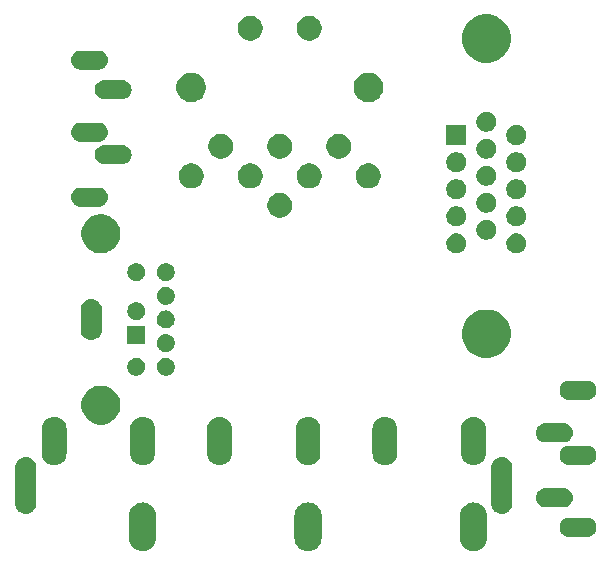
<source format=gbs>
G04 #@! TF.GenerationSoftware,KiCad,Pcbnew,(5.1.0)-1*
G04 #@! TF.CreationDate,2019-07-12T21:05:46-04:00*
G04 #@! TF.ProjectId,Genesis_SMS Breakout,47656e65-7369-4735-9f53-4d5320427265,rev?*
G04 #@! TF.SameCoordinates,Original*
G04 #@! TF.FileFunction,Soldermask,Bot*
G04 #@! TF.FilePolarity,Negative*
%FSLAX46Y46*%
G04 Gerber Fmt 4.6, Leading zero omitted, Abs format (unit mm)*
G04 Created by KiCad (PCBNEW (5.1.0)-1) date 2019-07-12 21:05:46*
%MOMM*%
%LPD*%
G04 APERTURE LIST*
%ADD10C,0.100000*%
G04 APERTURE END LIST*
D10*
G36*
X146675634Y-88115654D02*
G01*
X146892599Y-88181470D01*
X146892601Y-88181471D01*
X147092553Y-88288347D01*
X147092555Y-88288348D01*
X147092554Y-88288348D01*
X147267818Y-88432182D01*
X147318019Y-88493352D01*
X147411653Y-88607445D01*
X147509329Y-88790186D01*
X147518530Y-88807400D01*
X147547463Y-88902779D01*
X147584346Y-89024366D01*
X147601000Y-89193455D01*
X147601000Y-91106545D01*
X147584346Y-91275634D01*
X147518529Y-91492602D01*
X147411653Y-91692555D01*
X147267818Y-91867818D01*
X147092555Y-92011653D01*
X146892602Y-92118529D01*
X146892600Y-92118530D01*
X146675635Y-92184346D01*
X146450000Y-92206569D01*
X146224366Y-92184346D01*
X146007401Y-92118530D01*
X146007399Y-92118529D01*
X145807446Y-92011653D01*
X145632183Y-91867818D01*
X145488348Y-91692555D01*
X145381472Y-91492602D01*
X145315655Y-91275634D01*
X145299000Y-91106544D01*
X145299000Y-89193456D01*
X145310103Y-89080730D01*
X145315654Y-89024366D01*
X145381470Y-88807401D01*
X145381472Y-88807398D01*
X145488347Y-88607447D01*
X145510219Y-88580796D01*
X145632182Y-88432182D01*
X145711183Y-88367348D01*
X145807445Y-88288347D01*
X146007398Y-88181471D01*
X146007400Y-88181470D01*
X146224365Y-88115654D01*
X146450000Y-88093431D01*
X146675634Y-88115654D01*
X146675634Y-88115654D01*
G37*
G36*
X174675634Y-88115654D02*
G01*
X174892599Y-88181470D01*
X174892601Y-88181471D01*
X175092553Y-88288347D01*
X175092555Y-88288348D01*
X175092554Y-88288348D01*
X175267818Y-88432182D01*
X175318019Y-88493352D01*
X175411653Y-88607445D01*
X175509329Y-88790186D01*
X175518530Y-88807400D01*
X175547463Y-88902779D01*
X175584346Y-89024366D01*
X175601000Y-89193455D01*
X175601000Y-91106545D01*
X175584346Y-91275634D01*
X175518529Y-91492602D01*
X175411653Y-91692555D01*
X175267818Y-91867818D01*
X175092555Y-92011653D01*
X174892602Y-92118529D01*
X174892600Y-92118530D01*
X174675635Y-92184346D01*
X174450000Y-92206569D01*
X174224366Y-92184346D01*
X174007401Y-92118530D01*
X174007399Y-92118529D01*
X173807446Y-92011653D01*
X173632183Y-91867818D01*
X173488348Y-91692555D01*
X173381472Y-91492602D01*
X173315655Y-91275634D01*
X173299000Y-91106544D01*
X173299000Y-89193456D01*
X173310103Y-89080730D01*
X173315654Y-89024366D01*
X173381470Y-88807401D01*
X173381472Y-88807398D01*
X173488347Y-88607447D01*
X173510219Y-88580796D01*
X173632182Y-88432182D01*
X173711183Y-88367348D01*
X173807445Y-88288347D01*
X174007398Y-88181471D01*
X174007400Y-88181470D01*
X174224365Y-88115654D01*
X174450000Y-88093431D01*
X174675634Y-88115654D01*
X174675634Y-88115654D01*
G37*
G36*
X160675634Y-88115654D02*
G01*
X160892599Y-88181470D01*
X160892601Y-88181471D01*
X161092553Y-88288347D01*
X161092555Y-88288348D01*
X161092554Y-88288348D01*
X161267818Y-88432182D01*
X161318019Y-88493352D01*
X161411653Y-88607445D01*
X161509329Y-88790186D01*
X161518530Y-88807400D01*
X161547463Y-88902779D01*
X161584346Y-89024366D01*
X161601000Y-89193455D01*
X161601000Y-91106545D01*
X161584346Y-91275634D01*
X161518529Y-91492602D01*
X161411653Y-91692555D01*
X161267818Y-91867818D01*
X161092555Y-92011653D01*
X160892602Y-92118529D01*
X160892600Y-92118530D01*
X160675635Y-92184346D01*
X160450000Y-92206569D01*
X160224366Y-92184346D01*
X160007401Y-92118530D01*
X160007399Y-92118529D01*
X159807446Y-92011653D01*
X159632183Y-91867818D01*
X159488348Y-91692555D01*
X159381472Y-91492602D01*
X159315655Y-91275634D01*
X159299000Y-91106544D01*
X159299000Y-89193456D01*
X159310103Y-89080730D01*
X159315654Y-89024366D01*
X159381470Y-88807401D01*
X159381472Y-88807398D01*
X159488347Y-88607447D01*
X159510219Y-88580796D01*
X159632182Y-88432182D01*
X159711183Y-88367348D01*
X159807445Y-88288347D01*
X160007398Y-88181471D01*
X160007400Y-88181470D01*
X160224365Y-88115654D01*
X160450000Y-88093431D01*
X160675634Y-88115654D01*
X160675634Y-88115654D01*
G37*
G36*
X184211808Y-89406648D02*
G01*
X184363551Y-89452678D01*
X184503398Y-89527428D01*
X184625975Y-89628025D01*
X184726572Y-89750602D01*
X184801322Y-89890449D01*
X184847352Y-90042192D01*
X184862895Y-90200000D01*
X184847352Y-90357808D01*
X184801322Y-90509551D01*
X184726572Y-90649398D01*
X184625975Y-90771975D01*
X184503398Y-90872572D01*
X184363551Y-90947322D01*
X184211808Y-90993352D01*
X184093546Y-91005000D01*
X182506454Y-91005000D01*
X182388192Y-90993352D01*
X182236449Y-90947322D01*
X182096602Y-90872572D01*
X181974025Y-90771975D01*
X181873428Y-90649398D01*
X181798678Y-90509551D01*
X181752648Y-90357808D01*
X181737105Y-90200000D01*
X181752648Y-90042192D01*
X181798678Y-89890449D01*
X181873428Y-89750602D01*
X181974025Y-89628025D01*
X182096602Y-89527428D01*
X182236449Y-89452678D01*
X182388192Y-89406648D01*
X182506454Y-89395000D01*
X184093546Y-89395000D01*
X184211808Y-89406648D01*
X184211808Y-89406648D01*
G37*
G36*
X177026626Y-84262037D02*
G01*
X177196465Y-84313557D01*
X177196467Y-84313558D01*
X177352989Y-84397221D01*
X177490186Y-84509814D01*
X177573448Y-84611271D01*
X177602778Y-84647009D01*
X177686443Y-84803534D01*
X177737963Y-84973373D01*
X177751000Y-85105742D01*
X177751000Y-88194258D01*
X177737963Y-88326627D01*
X177686443Y-88496466D01*
X177686442Y-88496468D01*
X177644610Y-88574729D01*
X177602778Y-88652991D01*
X177573448Y-88688729D01*
X177490186Y-88790186D01*
X177388729Y-88873448D01*
X177352991Y-88902778D01*
X177196466Y-88986443D01*
X177026627Y-89037963D01*
X176850000Y-89055359D01*
X176673374Y-89037963D01*
X176503535Y-88986443D01*
X176347010Y-88902778D01*
X176311272Y-88873448D01*
X176209815Y-88790186D01*
X176126553Y-88688729D01*
X176097223Y-88652991D01*
X176055391Y-88574729D01*
X176013559Y-88496468D01*
X176013558Y-88496466D01*
X175962038Y-88326627D01*
X175949001Y-88194258D01*
X175949000Y-85105743D01*
X175962037Y-84973374D01*
X176013557Y-84803535D01*
X176030107Y-84772572D01*
X176097221Y-84647011D01*
X176209814Y-84509814D01*
X176331984Y-84409553D01*
X176347009Y-84397222D01*
X176503534Y-84313557D01*
X176673373Y-84262037D01*
X176850000Y-84244641D01*
X177026626Y-84262037D01*
X177026626Y-84262037D01*
G37*
G36*
X136726626Y-84262037D02*
G01*
X136896465Y-84313557D01*
X136896467Y-84313558D01*
X137052989Y-84397221D01*
X137190186Y-84509814D01*
X137273448Y-84611271D01*
X137302778Y-84647009D01*
X137386443Y-84803534D01*
X137437963Y-84973373D01*
X137451000Y-85105742D01*
X137451000Y-88194258D01*
X137437963Y-88326627D01*
X137386443Y-88496466D01*
X137386442Y-88496468D01*
X137344610Y-88574729D01*
X137302778Y-88652991D01*
X137273448Y-88688729D01*
X137190186Y-88790186D01*
X137088729Y-88873448D01*
X137052991Y-88902778D01*
X136896466Y-88986443D01*
X136726627Y-89037963D01*
X136550000Y-89055359D01*
X136373374Y-89037963D01*
X136203535Y-88986443D01*
X136047010Y-88902778D01*
X136011272Y-88873448D01*
X135909815Y-88790186D01*
X135826553Y-88688729D01*
X135797223Y-88652991D01*
X135755391Y-88574729D01*
X135713559Y-88496468D01*
X135713558Y-88496466D01*
X135662038Y-88326627D01*
X135649001Y-88194258D01*
X135649000Y-85105743D01*
X135662037Y-84973374D01*
X135713557Y-84803535D01*
X135730107Y-84772572D01*
X135797221Y-84647011D01*
X135909814Y-84509814D01*
X136031984Y-84409553D01*
X136047009Y-84397222D01*
X136203534Y-84313557D01*
X136373373Y-84262037D01*
X136550000Y-84244641D01*
X136726626Y-84262037D01*
X136726626Y-84262037D01*
G37*
G36*
X182211808Y-86906648D02*
G01*
X182363551Y-86952678D01*
X182503398Y-87027428D01*
X182625975Y-87128025D01*
X182726572Y-87250602D01*
X182801322Y-87390449D01*
X182847352Y-87542192D01*
X182862895Y-87700000D01*
X182847352Y-87857808D01*
X182801322Y-88009551D01*
X182726572Y-88149398D01*
X182625975Y-88271975D01*
X182503398Y-88372572D01*
X182363551Y-88447322D01*
X182211808Y-88493352D01*
X182093546Y-88505000D01*
X180506454Y-88505000D01*
X180388192Y-88493352D01*
X180236449Y-88447322D01*
X180096602Y-88372572D01*
X179974025Y-88271975D01*
X179873428Y-88149398D01*
X179798678Y-88009551D01*
X179752648Y-87857808D01*
X179737105Y-87700000D01*
X179752648Y-87542192D01*
X179798678Y-87390449D01*
X179873428Y-87250602D01*
X179974025Y-87128025D01*
X180096602Y-87027428D01*
X180236449Y-86952678D01*
X180388192Y-86906648D01*
X180506454Y-86895000D01*
X182093546Y-86895000D01*
X182211808Y-86906648D01*
X182211808Y-86906648D01*
G37*
G36*
X174656031Y-80864207D02*
G01*
X174854145Y-80924305D01*
X174854148Y-80924306D01*
X174920030Y-80959521D01*
X175036729Y-81021897D01*
X175196765Y-81153235D01*
X175328103Y-81313271D01*
X175328104Y-81313273D01*
X175425694Y-81495851D01*
X175425694Y-81495852D01*
X175425695Y-81495854D01*
X175485793Y-81693968D01*
X175501000Y-81848370D01*
X175501000Y-83951630D01*
X175485793Y-84106032D01*
X175438469Y-84262037D01*
X175425694Y-84304149D01*
X175375946Y-84397221D01*
X175328103Y-84486729D01*
X175196765Y-84646765D01*
X175036729Y-84778103D01*
X174950975Y-84823939D01*
X174854149Y-84875694D01*
X174854146Y-84875695D01*
X174656032Y-84935793D01*
X174450000Y-84956085D01*
X174243969Y-84935793D01*
X174045855Y-84875695D01*
X174045852Y-84875694D01*
X173949026Y-84823939D01*
X173863272Y-84778103D01*
X173703236Y-84646765D01*
X173571898Y-84486729D01*
X173524055Y-84397221D01*
X173474307Y-84304149D01*
X173461532Y-84262037D01*
X173414208Y-84106032D01*
X173399001Y-83951630D01*
X173399000Y-81848371D01*
X173414207Y-81693969D01*
X173474305Y-81495855D01*
X173474306Y-81495852D01*
X173521987Y-81406648D01*
X173571897Y-81313271D01*
X173703235Y-81153235D01*
X173863271Y-81021897D01*
X173949025Y-80976061D01*
X174045851Y-80924306D01*
X174045854Y-80924305D01*
X174243968Y-80864207D01*
X174450000Y-80843915D01*
X174656031Y-80864207D01*
X174656031Y-80864207D01*
G37*
G36*
X160656031Y-80864207D02*
G01*
X160854145Y-80924305D01*
X160854148Y-80924306D01*
X160920030Y-80959521D01*
X161036729Y-81021897D01*
X161196765Y-81153235D01*
X161328103Y-81313271D01*
X161328104Y-81313273D01*
X161425694Y-81495851D01*
X161425694Y-81495852D01*
X161425695Y-81495854D01*
X161485793Y-81693968D01*
X161501000Y-81848370D01*
X161501000Y-83951630D01*
X161485793Y-84106032D01*
X161438469Y-84262037D01*
X161425694Y-84304149D01*
X161375946Y-84397221D01*
X161328103Y-84486729D01*
X161196765Y-84646765D01*
X161036729Y-84778103D01*
X160950975Y-84823939D01*
X160854149Y-84875694D01*
X160854146Y-84875695D01*
X160656032Y-84935793D01*
X160450000Y-84956085D01*
X160243969Y-84935793D01*
X160045855Y-84875695D01*
X160045852Y-84875694D01*
X159949026Y-84823939D01*
X159863272Y-84778103D01*
X159703236Y-84646765D01*
X159571898Y-84486729D01*
X159524055Y-84397221D01*
X159474307Y-84304149D01*
X159461532Y-84262037D01*
X159414208Y-84106032D01*
X159399001Y-83951630D01*
X159399000Y-81848371D01*
X159414207Y-81693969D01*
X159474305Y-81495855D01*
X159474306Y-81495852D01*
X159521987Y-81406648D01*
X159571897Y-81313271D01*
X159703235Y-81153235D01*
X159863271Y-81021897D01*
X159949025Y-80976061D01*
X160045851Y-80924306D01*
X160045854Y-80924305D01*
X160243968Y-80864207D01*
X160450000Y-80843915D01*
X160656031Y-80864207D01*
X160656031Y-80864207D01*
G37*
G36*
X153156031Y-80864207D02*
G01*
X153354145Y-80924305D01*
X153354148Y-80924306D01*
X153420030Y-80959521D01*
X153536729Y-81021897D01*
X153696765Y-81153235D01*
X153828103Y-81313271D01*
X153828104Y-81313273D01*
X153925694Y-81495851D01*
X153925694Y-81495852D01*
X153925695Y-81495854D01*
X153985793Y-81693968D01*
X154001000Y-81848370D01*
X154001000Y-83951630D01*
X153985793Y-84106032D01*
X153938469Y-84262037D01*
X153925694Y-84304149D01*
X153875946Y-84397221D01*
X153828103Y-84486729D01*
X153696765Y-84646765D01*
X153536729Y-84778103D01*
X153450975Y-84823939D01*
X153354149Y-84875694D01*
X153354146Y-84875695D01*
X153156032Y-84935793D01*
X152950000Y-84956085D01*
X152743969Y-84935793D01*
X152545855Y-84875695D01*
X152545852Y-84875694D01*
X152449026Y-84823939D01*
X152363272Y-84778103D01*
X152203236Y-84646765D01*
X152071898Y-84486729D01*
X152024055Y-84397221D01*
X151974307Y-84304149D01*
X151961532Y-84262037D01*
X151914208Y-84106032D01*
X151899001Y-83951630D01*
X151899000Y-81848371D01*
X151914207Y-81693969D01*
X151974305Y-81495855D01*
X151974306Y-81495852D01*
X152021987Y-81406648D01*
X152071897Y-81313271D01*
X152203235Y-81153235D01*
X152363271Y-81021897D01*
X152449025Y-80976061D01*
X152545851Y-80924306D01*
X152545854Y-80924305D01*
X152743968Y-80864207D01*
X152950000Y-80843915D01*
X153156031Y-80864207D01*
X153156031Y-80864207D01*
G37*
G36*
X146656031Y-80864207D02*
G01*
X146854145Y-80924305D01*
X146854148Y-80924306D01*
X146920030Y-80959521D01*
X147036729Y-81021897D01*
X147196765Y-81153235D01*
X147328103Y-81313271D01*
X147328104Y-81313273D01*
X147425694Y-81495851D01*
X147425694Y-81495852D01*
X147425695Y-81495854D01*
X147485793Y-81693968D01*
X147501000Y-81848370D01*
X147501000Y-83951630D01*
X147485793Y-84106032D01*
X147438469Y-84262037D01*
X147425694Y-84304149D01*
X147375946Y-84397221D01*
X147328103Y-84486729D01*
X147196765Y-84646765D01*
X147036729Y-84778103D01*
X146950975Y-84823939D01*
X146854149Y-84875694D01*
X146854146Y-84875695D01*
X146656032Y-84935793D01*
X146450000Y-84956085D01*
X146243969Y-84935793D01*
X146045855Y-84875695D01*
X146045852Y-84875694D01*
X145949026Y-84823939D01*
X145863272Y-84778103D01*
X145703236Y-84646765D01*
X145571898Y-84486729D01*
X145524055Y-84397221D01*
X145474307Y-84304149D01*
X145461532Y-84262037D01*
X145414208Y-84106032D01*
X145399001Y-83951630D01*
X145399000Y-81848371D01*
X145414207Y-81693969D01*
X145474305Y-81495855D01*
X145474306Y-81495852D01*
X145521987Y-81406648D01*
X145571897Y-81313271D01*
X145703235Y-81153235D01*
X145863271Y-81021897D01*
X145949025Y-80976061D01*
X146045851Y-80924306D01*
X146045854Y-80924305D01*
X146243968Y-80864207D01*
X146450000Y-80843915D01*
X146656031Y-80864207D01*
X146656031Y-80864207D01*
G37*
G36*
X139156031Y-80864207D02*
G01*
X139354145Y-80924305D01*
X139354148Y-80924306D01*
X139420030Y-80959521D01*
X139536729Y-81021897D01*
X139696765Y-81153235D01*
X139828103Y-81313271D01*
X139828104Y-81313273D01*
X139925694Y-81495851D01*
X139925694Y-81495852D01*
X139925695Y-81495854D01*
X139985793Y-81693968D01*
X140001000Y-81848370D01*
X140001000Y-83951630D01*
X139985793Y-84106032D01*
X139938469Y-84262037D01*
X139925694Y-84304149D01*
X139875946Y-84397221D01*
X139828103Y-84486729D01*
X139696765Y-84646765D01*
X139536729Y-84778103D01*
X139450975Y-84823939D01*
X139354149Y-84875694D01*
X139354146Y-84875695D01*
X139156032Y-84935793D01*
X138950000Y-84956085D01*
X138743969Y-84935793D01*
X138545855Y-84875695D01*
X138545852Y-84875694D01*
X138449026Y-84823939D01*
X138363272Y-84778103D01*
X138203236Y-84646765D01*
X138071898Y-84486729D01*
X138024055Y-84397221D01*
X137974307Y-84304149D01*
X137961532Y-84262037D01*
X137914208Y-84106032D01*
X137899001Y-83951630D01*
X137899000Y-81848371D01*
X137914207Y-81693969D01*
X137974305Y-81495855D01*
X137974306Y-81495852D01*
X138021987Y-81406648D01*
X138071897Y-81313271D01*
X138203235Y-81153235D01*
X138363271Y-81021897D01*
X138449025Y-80976061D01*
X138545851Y-80924306D01*
X138545854Y-80924305D01*
X138743968Y-80864207D01*
X138950000Y-80843915D01*
X139156031Y-80864207D01*
X139156031Y-80864207D01*
G37*
G36*
X167156031Y-80864207D02*
G01*
X167354145Y-80924305D01*
X167354148Y-80924306D01*
X167420030Y-80959521D01*
X167536729Y-81021897D01*
X167696765Y-81153235D01*
X167828103Y-81313271D01*
X167828104Y-81313273D01*
X167925694Y-81495851D01*
X167925694Y-81495852D01*
X167925695Y-81495854D01*
X167985793Y-81693968D01*
X168001000Y-81848370D01*
X168001000Y-83951630D01*
X167985793Y-84106032D01*
X167938469Y-84262037D01*
X167925694Y-84304149D01*
X167875946Y-84397221D01*
X167828103Y-84486729D01*
X167696765Y-84646765D01*
X167536729Y-84778103D01*
X167450975Y-84823939D01*
X167354149Y-84875694D01*
X167354146Y-84875695D01*
X167156032Y-84935793D01*
X166950000Y-84956085D01*
X166743969Y-84935793D01*
X166545855Y-84875695D01*
X166545852Y-84875694D01*
X166449026Y-84823939D01*
X166363272Y-84778103D01*
X166203236Y-84646765D01*
X166071898Y-84486729D01*
X166024055Y-84397221D01*
X165974307Y-84304149D01*
X165961532Y-84262037D01*
X165914208Y-84106032D01*
X165899001Y-83951630D01*
X165899000Y-81848371D01*
X165914207Y-81693969D01*
X165974305Y-81495855D01*
X165974306Y-81495852D01*
X166021987Y-81406648D01*
X166071897Y-81313271D01*
X166203235Y-81153235D01*
X166363271Y-81021897D01*
X166449025Y-80976061D01*
X166545851Y-80924306D01*
X166545854Y-80924305D01*
X166743968Y-80864207D01*
X166950000Y-80843915D01*
X167156031Y-80864207D01*
X167156031Y-80864207D01*
G37*
G36*
X184211808Y-83306648D02*
G01*
X184363551Y-83352678D01*
X184503398Y-83427428D01*
X184625975Y-83528025D01*
X184726572Y-83650602D01*
X184801322Y-83790449D01*
X184847352Y-83942192D01*
X184862895Y-84100000D01*
X184847352Y-84257808D01*
X184801322Y-84409551D01*
X184726572Y-84549398D01*
X184625975Y-84671975D01*
X184503398Y-84772572D01*
X184363551Y-84847322D01*
X184211808Y-84893352D01*
X184093546Y-84905000D01*
X182506454Y-84905000D01*
X182388192Y-84893352D01*
X182236449Y-84847322D01*
X182096602Y-84772572D01*
X181974025Y-84671975D01*
X181873428Y-84549398D01*
X181798678Y-84409551D01*
X181752648Y-84257808D01*
X181737105Y-84100000D01*
X181752648Y-83942192D01*
X181798678Y-83790449D01*
X181873428Y-83650602D01*
X181974025Y-83528025D01*
X182096602Y-83427428D01*
X182236449Y-83352678D01*
X182388192Y-83306648D01*
X182506454Y-83295000D01*
X184093546Y-83295000D01*
X184211808Y-83306648D01*
X184211808Y-83306648D01*
G37*
G36*
X182211808Y-81406648D02*
G01*
X182363551Y-81452678D01*
X182503398Y-81527428D01*
X182625975Y-81628025D01*
X182726572Y-81750602D01*
X182801322Y-81890449D01*
X182847352Y-82042192D01*
X182862895Y-82200000D01*
X182847352Y-82357808D01*
X182801322Y-82509551D01*
X182726572Y-82649398D01*
X182625975Y-82771975D01*
X182503398Y-82872572D01*
X182363551Y-82947322D01*
X182211808Y-82993352D01*
X182093546Y-83005000D01*
X180506454Y-83005000D01*
X180388192Y-82993352D01*
X180236449Y-82947322D01*
X180096602Y-82872572D01*
X179974025Y-82771975D01*
X179873428Y-82649398D01*
X179798678Y-82509551D01*
X179752648Y-82357808D01*
X179737105Y-82200000D01*
X179752648Y-82042192D01*
X179798678Y-81890449D01*
X179873428Y-81750602D01*
X179974025Y-81628025D01*
X180096602Y-81527428D01*
X180236449Y-81452678D01*
X180388192Y-81406648D01*
X180506454Y-81395000D01*
X182093546Y-81395000D01*
X182211808Y-81406648D01*
X182211808Y-81406648D01*
G37*
G36*
X143275256Y-78241298D02*
G01*
X143381579Y-78262447D01*
X143682042Y-78386903D01*
X143952451Y-78567585D01*
X144182415Y-78797549D01*
X144363097Y-79067958D01*
X144487553Y-79368421D01*
X144551000Y-79687391D01*
X144551000Y-80012609D01*
X144487553Y-80331579D01*
X144363097Y-80632042D01*
X144182415Y-80902451D01*
X143952451Y-81132415D01*
X143682042Y-81313097D01*
X143682041Y-81313098D01*
X143682040Y-81313098D01*
X143594037Y-81349550D01*
X143381579Y-81437553D01*
X143305540Y-81452678D01*
X143062611Y-81501000D01*
X142737389Y-81501000D01*
X142494460Y-81452678D01*
X142418421Y-81437553D01*
X142205963Y-81349550D01*
X142117960Y-81313098D01*
X142117959Y-81313098D01*
X142117958Y-81313097D01*
X141847549Y-81132415D01*
X141617585Y-80902451D01*
X141436903Y-80632042D01*
X141312447Y-80331579D01*
X141249000Y-80012609D01*
X141249000Y-79687391D01*
X141312447Y-79368421D01*
X141436903Y-79067958D01*
X141617585Y-78797549D01*
X141847549Y-78567585D01*
X142117958Y-78386903D01*
X142418421Y-78262447D01*
X142524744Y-78241298D01*
X142737389Y-78199000D01*
X143062611Y-78199000D01*
X143275256Y-78241298D01*
X143275256Y-78241298D01*
G37*
G36*
X184211808Y-77806648D02*
G01*
X184363551Y-77852678D01*
X184503398Y-77927428D01*
X184625975Y-78028025D01*
X184726572Y-78150602D01*
X184801322Y-78290449D01*
X184847352Y-78442192D01*
X184862895Y-78600000D01*
X184847352Y-78757808D01*
X184801322Y-78909551D01*
X184726572Y-79049398D01*
X184625975Y-79171975D01*
X184503398Y-79272572D01*
X184363551Y-79347322D01*
X184211808Y-79393352D01*
X184093546Y-79405000D01*
X182506454Y-79405000D01*
X182388192Y-79393352D01*
X182236449Y-79347322D01*
X182096602Y-79272572D01*
X181974025Y-79171975D01*
X181873428Y-79049398D01*
X181798678Y-78909551D01*
X181752648Y-78757808D01*
X181737105Y-78600000D01*
X181752648Y-78442192D01*
X181798678Y-78290449D01*
X181873428Y-78150602D01*
X181974025Y-78028025D01*
X182096602Y-77927428D01*
X182236449Y-77852678D01*
X182388192Y-77806648D01*
X182506454Y-77795000D01*
X184093546Y-77795000D01*
X184211808Y-77806648D01*
X184211808Y-77806648D01*
G37*
G36*
X146047293Y-75859507D02*
G01*
X146120225Y-75874014D01*
X146177138Y-75897588D01*
X146257626Y-75930927D01*
X146381284Y-76013553D01*
X146486447Y-76118716D01*
X146569073Y-76242374D01*
X146625986Y-76379776D01*
X146655000Y-76525638D01*
X146655000Y-76674362D01*
X146625986Y-76820224D01*
X146569073Y-76957626D01*
X146486447Y-77081284D01*
X146381284Y-77186447D01*
X146257626Y-77269073D01*
X146177138Y-77302412D01*
X146120225Y-77325986D01*
X146047293Y-77340493D01*
X145974362Y-77355000D01*
X145825638Y-77355000D01*
X145752707Y-77340493D01*
X145679775Y-77325986D01*
X145622862Y-77302412D01*
X145542374Y-77269073D01*
X145418716Y-77186447D01*
X145313553Y-77081284D01*
X145230927Y-76957626D01*
X145174014Y-76820224D01*
X145145000Y-76674362D01*
X145145000Y-76525638D01*
X145174014Y-76379776D01*
X145230927Y-76242374D01*
X145313553Y-76118716D01*
X145418716Y-76013553D01*
X145542374Y-75930927D01*
X145622862Y-75897588D01*
X145679775Y-75874014D01*
X145752707Y-75859507D01*
X145825638Y-75845000D01*
X145974362Y-75845000D01*
X146047293Y-75859507D01*
X146047293Y-75859507D01*
G37*
G36*
X148547293Y-75859507D02*
G01*
X148620225Y-75874014D01*
X148677138Y-75897588D01*
X148757626Y-75930927D01*
X148881284Y-76013553D01*
X148986447Y-76118716D01*
X149069073Y-76242374D01*
X149125986Y-76379776D01*
X149155000Y-76525638D01*
X149155000Y-76674362D01*
X149125986Y-76820224D01*
X149069073Y-76957626D01*
X148986447Y-77081284D01*
X148881284Y-77186447D01*
X148757626Y-77269073D01*
X148677138Y-77302412D01*
X148620225Y-77325986D01*
X148547293Y-77340493D01*
X148474362Y-77355000D01*
X148325638Y-77355000D01*
X148252707Y-77340493D01*
X148179775Y-77325986D01*
X148122862Y-77302412D01*
X148042374Y-77269073D01*
X147918716Y-77186447D01*
X147813553Y-77081284D01*
X147730927Y-76957626D01*
X147674014Y-76820224D01*
X147645000Y-76674362D01*
X147645000Y-76525638D01*
X147674014Y-76379776D01*
X147730927Y-76242374D01*
X147813553Y-76118716D01*
X147918716Y-76013553D01*
X148042374Y-75930927D01*
X148122862Y-75897588D01*
X148179775Y-75874014D01*
X148252707Y-75859507D01*
X148325638Y-75845000D01*
X148474362Y-75845000D01*
X148547293Y-75859507D01*
X148547293Y-75859507D01*
G37*
G36*
X176138254Y-71842818D02*
G01*
X176511511Y-71997426D01*
X176511513Y-71997427D01*
X176847436Y-72221884D01*
X177133116Y-72507564D01*
X177342030Y-72820225D01*
X177357574Y-72843489D01*
X177512182Y-73216746D01*
X177591000Y-73612993D01*
X177591000Y-74017007D01*
X177512182Y-74413254D01*
X177357574Y-74786511D01*
X177357573Y-74786513D01*
X177133116Y-75122436D01*
X176847436Y-75408116D01*
X176511513Y-75632573D01*
X176511512Y-75632574D01*
X176511511Y-75632574D01*
X176138254Y-75787182D01*
X175742007Y-75866000D01*
X175337993Y-75866000D01*
X174941746Y-75787182D01*
X174568489Y-75632574D01*
X174568488Y-75632574D01*
X174568487Y-75632573D01*
X174232564Y-75408116D01*
X173946884Y-75122436D01*
X173722427Y-74786513D01*
X173722426Y-74786511D01*
X173567818Y-74413254D01*
X173489000Y-74017007D01*
X173489000Y-73612993D01*
X173567818Y-73216746D01*
X173722426Y-72843489D01*
X173737971Y-72820225D01*
X173946884Y-72507564D01*
X174232564Y-72221884D01*
X174568487Y-71997427D01*
X174568489Y-71997426D01*
X174941746Y-71842818D01*
X175337993Y-71764000D01*
X175742007Y-71764000D01*
X176138254Y-71842818D01*
X176138254Y-71842818D01*
G37*
G36*
X148547293Y-73859507D02*
G01*
X148620225Y-73874014D01*
X148677138Y-73897588D01*
X148757626Y-73930927D01*
X148881284Y-74013553D01*
X148986447Y-74118716D01*
X149069073Y-74242374D01*
X149091468Y-74296442D01*
X149125986Y-74379775D01*
X149140493Y-74452707D01*
X149155000Y-74525638D01*
X149155000Y-74674362D01*
X149125986Y-74820224D01*
X149069073Y-74957626D01*
X148986447Y-75081284D01*
X148881284Y-75186447D01*
X148757626Y-75269073D01*
X148677138Y-75302412D01*
X148620225Y-75325986D01*
X148547293Y-75340493D01*
X148474362Y-75355000D01*
X148325638Y-75355000D01*
X148252707Y-75340493D01*
X148179775Y-75325986D01*
X148122862Y-75302412D01*
X148042374Y-75269073D01*
X147918716Y-75186447D01*
X147813553Y-75081284D01*
X147730927Y-74957626D01*
X147674014Y-74820224D01*
X147645000Y-74674362D01*
X147645000Y-74525638D01*
X147659507Y-74452707D01*
X147674014Y-74379775D01*
X147708532Y-74296442D01*
X147730927Y-74242374D01*
X147813553Y-74118716D01*
X147918716Y-74013553D01*
X148042374Y-73930927D01*
X148122862Y-73897588D01*
X148179775Y-73874014D01*
X148252707Y-73859507D01*
X148325638Y-73845000D01*
X148474362Y-73845000D01*
X148547293Y-73859507D01*
X148547293Y-73859507D01*
G37*
G36*
X146655000Y-74655000D02*
G01*
X145145000Y-74655000D01*
X145145000Y-73145000D01*
X146655000Y-73145000D01*
X146655000Y-74655000D01*
X146655000Y-74655000D01*
G37*
G36*
X142266626Y-70872037D02*
G01*
X142436465Y-70923557D01*
X142436467Y-70923558D01*
X142592989Y-71007221D01*
X142730186Y-71119814D01*
X142784869Y-71186447D01*
X142842778Y-71257009D01*
X142926443Y-71413534D01*
X142977963Y-71583373D01*
X142991000Y-71715742D01*
X142991000Y-73504258D01*
X142977963Y-73636627D01*
X142926443Y-73806466D01*
X142842778Y-73962991D01*
X142813448Y-73998729D01*
X142730186Y-74100186D01*
X142628729Y-74183448D01*
X142592991Y-74212778D01*
X142436466Y-74296443D01*
X142266627Y-74347963D01*
X142090000Y-74365359D01*
X141913374Y-74347963D01*
X141743535Y-74296443D01*
X141587010Y-74212778D01*
X141551272Y-74183448D01*
X141449815Y-74100186D01*
X141366553Y-73998729D01*
X141337223Y-73962991D01*
X141253558Y-73806466D01*
X141202038Y-73636627D01*
X141189001Y-73504258D01*
X141189000Y-71715743D01*
X141202037Y-71583374D01*
X141253557Y-71413535D01*
X141330774Y-71269073D01*
X141337221Y-71257011D01*
X141449814Y-71119814D01*
X141551271Y-71036552D01*
X141587009Y-71007222D01*
X141743534Y-70923557D01*
X141913373Y-70872037D01*
X142090000Y-70854641D01*
X142266626Y-70872037D01*
X142266626Y-70872037D01*
G37*
G36*
X148547293Y-71859507D02*
G01*
X148620225Y-71874014D01*
X148677138Y-71897588D01*
X148757626Y-71930927D01*
X148881284Y-72013553D01*
X148986447Y-72118716D01*
X149069073Y-72242374D01*
X149102412Y-72322862D01*
X149125986Y-72379775D01*
X149155000Y-72525639D01*
X149155000Y-72674361D01*
X149125986Y-72820225D01*
X149102412Y-72877138D01*
X149069073Y-72957626D01*
X148986447Y-73081284D01*
X148881284Y-73186447D01*
X148757626Y-73269073D01*
X148677138Y-73302412D01*
X148620225Y-73325986D01*
X148547293Y-73340493D01*
X148474362Y-73355000D01*
X148325638Y-73355000D01*
X148252707Y-73340493D01*
X148179775Y-73325986D01*
X148122862Y-73302412D01*
X148042374Y-73269073D01*
X147918716Y-73186447D01*
X147813553Y-73081284D01*
X147730927Y-72957626D01*
X147697588Y-72877138D01*
X147674014Y-72820225D01*
X147645000Y-72674361D01*
X147645000Y-72525639D01*
X147674014Y-72379775D01*
X147697588Y-72322862D01*
X147730927Y-72242374D01*
X147813553Y-72118716D01*
X147918716Y-72013553D01*
X148042374Y-71930927D01*
X148122862Y-71897588D01*
X148179775Y-71874014D01*
X148252707Y-71859507D01*
X148325638Y-71845000D01*
X148474362Y-71845000D01*
X148547293Y-71859507D01*
X148547293Y-71859507D01*
G37*
G36*
X146047293Y-71159507D02*
G01*
X146120225Y-71174014D01*
X146177138Y-71197588D01*
X146257626Y-71230927D01*
X146381284Y-71313553D01*
X146486447Y-71418716D01*
X146569073Y-71542374D01*
X146625986Y-71679776D01*
X146655000Y-71825638D01*
X146655000Y-71974362D01*
X146625986Y-72120224D01*
X146569073Y-72257626D01*
X146486447Y-72381284D01*
X146381284Y-72486447D01*
X146257626Y-72569073D01*
X146177138Y-72602412D01*
X146120225Y-72625986D01*
X146047293Y-72640493D01*
X145974362Y-72655000D01*
X145825638Y-72655000D01*
X145752707Y-72640493D01*
X145679775Y-72625986D01*
X145622862Y-72602412D01*
X145542374Y-72569073D01*
X145418716Y-72486447D01*
X145313553Y-72381284D01*
X145230927Y-72257626D01*
X145174014Y-72120224D01*
X145145000Y-71974362D01*
X145145000Y-71825638D01*
X145174014Y-71679776D01*
X145230927Y-71542374D01*
X145313553Y-71418716D01*
X145418716Y-71313553D01*
X145542374Y-71230927D01*
X145622862Y-71197588D01*
X145679775Y-71174014D01*
X145752707Y-71159507D01*
X145825638Y-71145000D01*
X145974362Y-71145000D01*
X146047293Y-71159507D01*
X146047293Y-71159507D01*
G37*
G36*
X148547293Y-69859507D02*
G01*
X148620225Y-69874014D01*
X148677138Y-69897588D01*
X148757626Y-69930927D01*
X148881284Y-70013553D01*
X148986447Y-70118716D01*
X149069073Y-70242374D01*
X149125986Y-70379776D01*
X149155000Y-70525638D01*
X149155000Y-70674362D01*
X149125986Y-70820224D01*
X149069073Y-70957626D01*
X148986447Y-71081284D01*
X148881284Y-71186447D01*
X148757626Y-71269073D01*
X148677138Y-71302412D01*
X148620225Y-71325986D01*
X148547293Y-71340493D01*
X148474362Y-71355000D01*
X148325638Y-71355000D01*
X148252707Y-71340493D01*
X148179775Y-71325986D01*
X148122862Y-71302412D01*
X148042374Y-71269073D01*
X147918716Y-71186447D01*
X147813553Y-71081284D01*
X147730927Y-70957626D01*
X147674014Y-70820224D01*
X147645000Y-70674362D01*
X147645000Y-70525638D01*
X147674014Y-70379776D01*
X147730927Y-70242374D01*
X147813553Y-70118716D01*
X147918716Y-70013553D01*
X148042374Y-69930927D01*
X148122862Y-69897588D01*
X148179775Y-69874014D01*
X148252707Y-69859507D01*
X148325638Y-69845000D01*
X148474362Y-69845000D01*
X148547293Y-69859507D01*
X148547293Y-69859507D01*
G37*
G36*
X146047293Y-67859507D02*
G01*
X146120225Y-67874014D01*
X146177138Y-67897588D01*
X146257626Y-67930927D01*
X146381284Y-68013553D01*
X146486447Y-68118716D01*
X146569073Y-68242374D01*
X146625986Y-68379776D01*
X146655000Y-68525638D01*
X146655000Y-68674362D01*
X146625986Y-68820224D01*
X146569073Y-68957626D01*
X146486447Y-69081284D01*
X146381284Y-69186447D01*
X146257626Y-69269073D01*
X146177138Y-69302412D01*
X146120225Y-69325986D01*
X146047293Y-69340493D01*
X145974362Y-69355000D01*
X145825638Y-69355000D01*
X145752707Y-69340493D01*
X145679775Y-69325986D01*
X145622862Y-69302412D01*
X145542374Y-69269073D01*
X145418716Y-69186447D01*
X145313553Y-69081284D01*
X145230927Y-68957626D01*
X145174014Y-68820224D01*
X145145000Y-68674362D01*
X145145000Y-68525638D01*
X145174014Y-68379776D01*
X145230927Y-68242374D01*
X145313553Y-68118716D01*
X145418716Y-68013553D01*
X145542374Y-67930927D01*
X145622862Y-67897588D01*
X145679775Y-67874014D01*
X145752707Y-67859507D01*
X145825638Y-67845000D01*
X145974362Y-67845000D01*
X146047293Y-67859507D01*
X146047293Y-67859507D01*
G37*
G36*
X148547293Y-67859507D02*
G01*
X148620225Y-67874014D01*
X148677138Y-67897588D01*
X148757626Y-67930927D01*
X148881284Y-68013553D01*
X148986447Y-68118716D01*
X149069073Y-68242374D01*
X149125986Y-68379776D01*
X149155000Y-68525638D01*
X149155000Y-68674362D01*
X149125986Y-68820224D01*
X149069073Y-68957626D01*
X148986447Y-69081284D01*
X148881284Y-69186447D01*
X148757626Y-69269073D01*
X148677138Y-69302412D01*
X148620225Y-69325986D01*
X148547293Y-69340493D01*
X148474362Y-69355000D01*
X148325638Y-69355000D01*
X148252707Y-69340493D01*
X148179775Y-69325986D01*
X148122862Y-69302412D01*
X148042374Y-69269073D01*
X147918716Y-69186447D01*
X147813553Y-69081284D01*
X147730927Y-68957626D01*
X147674014Y-68820224D01*
X147645000Y-68674362D01*
X147645000Y-68525638D01*
X147674014Y-68379776D01*
X147730927Y-68242374D01*
X147813553Y-68118716D01*
X147918716Y-68013553D01*
X148042374Y-67930927D01*
X148122862Y-67897588D01*
X148179775Y-67874014D01*
X148252707Y-67859507D01*
X148325638Y-67845000D01*
X148474362Y-67845000D01*
X148547293Y-67859507D01*
X148547293Y-67859507D01*
G37*
G36*
X173248228Y-65341703D02*
G01*
X173403100Y-65405853D01*
X173542481Y-65498985D01*
X173661015Y-65617519D01*
X173754147Y-65756900D01*
X173818297Y-65911772D01*
X173851000Y-66076184D01*
X173851000Y-66243816D01*
X173818297Y-66408228D01*
X173754147Y-66563100D01*
X173661015Y-66702481D01*
X173542481Y-66821015D01*
X173403100Y-66914147D01*
X173248228Y-66978297D01*
X173083816Y-67011000D01*
X172916184Y-67011000D01*
X172751772Y-66978297D01*
X172596900Y-66914147D01*
X172457519Y-66821015D01*
X172338985Y-66702481D01*
X172245853Y-66563100D01*
X172181703Y-66408228D01*
X172149000Y-66243816D01*
X172149000Y-66076184D01*
X172181703Y-65911772D01*
X172245853Y-65756900D01*
X172338985Y-65617519D01*
X172457519Y-65498985D01*
X172596900Y-65405853D01*
X172751772Y-65341703D01*
X172916184Y-65309000D01*
X173083816Y-65309000D01*
X173248228Y-65341703D01*
X173248228Y-65341703D01*
G37*
G36*
X178328228Y-65341703D02*
G01*
X178483100Y-65405853D01*
X178622481Y-65498985D01*
X178741015Y-65617519D01*
X178834147Y-65756900D01*
X178898297Y-65911772D01*
X178931000Y-66076184D01*
X178931000Y-66243816D01*
X178898297Y-66408228D01*
X178834147Y-66563100D01*
X178741015Y-66702481D01*
X178622481Y-66821015D01*
X178483100Y-66914147D01*
X178328228Y-66978297D01*
X178163816Y-67011000D01*
X177996184Y-67011000D01*
X177831772Y-66978297D01*
X177676900Y-66914147D01*
X177537519Y-66821015D01*
X177418985Y-66702481D01*
X177325853Y-66563100D01*
X177261703Y-66408228D01*
X177229000Y-66243816D01*
X177229000Y-66076184D01*
X177261703Y-65911772D01*
X177325853Y-65756900D01*
X177418985Y-65617519D01*
X177537519Y-65498985D01*
X177676900Y-65405853D01*
X177831772Y-65341703D01*
X177996184Y-65309000D01*
X178163816Y-65309000D01*
X178328228Y-65341703D01*
X178328228Y-65341703D01*
G37*
G36*
X143275256Y-63741298D02*
G01*
X143381579Y-63762447D01*
X143594037Y-63850450D01*
X143668721Y-63881385D01*
X143682042Y-63886903D01*
X143952451Y-64067585D01*
X144182415Y-64297549D01*
X144363097Y-64567958D01*
X144487553Y-64868421D01*
X144508702Y-64974744D01*
X144551000Y-65187389D01*
X144551000Y-65512611D01*
X144530132Y-65617519D01*
X144487553Y-65831579D01*
X144363097Y-66132042D01*
X144182415Y-66402451D01*
X143952451Y-66632415D01*
X143682042Y-66813097D01*
X143682041Y-66813098D01*
X143682040Y-66813098D01*
X143594037Y-66849550D01*
X143381579Y-66937553D01*
X143275256Y-66958702D01*
X143062611Y-67001000D01*
X142737389Y-67001000D01*
X142524744Y-66958702D01*
X142418421Y-66937553D01*
X142205963Y-66849550D01*
X142117960Y-66813098D01*
X142117959Y-66813098D01*
X142117958Y-66813097D01*
X141847549Y-66632415D01*
X141617585Y-66402451D01*
X141436903Y-66132042D01*
X141312447Y-65831579D01*
X141269868Y-65617519D01*
X141249000Y-65512611D01*
X141249000Y-65187389D01*
X141291298Y-64974744D01*
X141312447Y-64868421D01*
X141436903Y-64567958D01*
X141617585Y-64297549D01*
X141847549Y-64067585D01*
X142117958Y-63886903D01*
X142131280Y-63881385D01*
X142205963Y-63850450D01*
X142418421Y-63762447D01*
X142524744Y-63741298D01*
X142737389Y-63699000D01*
X143062611Y-63699000D01*
X143275256Y-63741298D01*
X143275256Y-63741298D01*
G37*
G36*
X175788228Y-64196703D02*
G01*
X175943100Y-64260853D01*
X176082481Y-64353985D01*
X176201015Y-64472519D01*
X176294147Y-64611900D01*
X176358297Y-64766772D01*
X176391000Y-64931184D01*
X176391000Y-65098816D01*
X176358297Y-65263228D01*
X176294147Y-65418100D01*
X176201015Y-65557481D01*
X176082481Y-65676015D01*
X175943100Y-65769147D01*
X175788228Y-65833297D01*
X175623816Y-65866000D01*
X175456184Y-65866000D01*
X175291772Y-65833297D01*
X175136900Y-65769147D01*
X174997519Y-65676015D01*
X174878985Y-65557481D01*
X174785853Y-65418100D01*
X174721703Y-65263228D01*
X174689000Y-65098816D01*
X174689000Y-64931184D01*
X174721703Y-64766772D01*
X174785853Y-64611900D01*
X174878985Y-64472519D01*
X174997519Y-64353985D01*
X175136900Y-64260853D01*
X175291772Y-64196703D01*
X175456184Y-64164000D01*
X175623816Y-64164000D01*
X175788228Y-64196703D01*
X175788228Y-64196703D01*
G37*
G36*
X178328228Y-63051703D02*
G01*
X178483100Y-63115853D01*
X178622481Y-63208985D01*
X178741015Y-63327519D01*
X178834147Y-63466900D01*
X178898297Y-63621772D01*
X178931000Y-63786184D01*
X178931000Y-63953816D01*
X178898297Y-64118228D01*
X178834147Y-64273100D01*
X178741015Y-64412481D01*
X178622481Y-64531015D01*
X178483100Y-64624147D01*
X178328228Y-64688297D01*
X178163816Y-64721000D01*
X177996184Y-64721000D01*
X177831772Y-64688297D01*
X177676900Y-64624147D01*
X177537519Y-64531015D01*
X177418985Y-64412481D01*
X177325853Y-64273100D01*
X177261703Y-64118228D01*
X177229000Y-63953816D01*
X177229000Y-63786184D01*
X177261703Y-63621772D01*
X177325853Y-63466900D01*
X177418985Y-63327519D01*
X177537519Y-63208985D01*
X177676900Y-63115853D01*
X177831772Y-63051703D01*
X177996184Y-63019000D01*
X178163816Y-63019000D01*
X178328228Y-63051703D01*
X178328228Y-63051703D01*
G37*
G36*
X173248228Y-63051703D02*
G01*
X173403100Y-63115853D01*
X173542481Y-63208985D01*
X173661015Y-63327519D01*
X173754147Y-63466900D01*
X173818297Y-63621772D01*
X173851000Y-63786184D01*
X173851000Y-63953816D01*
X173818297Y-64118228D01*
X173754147Y-64273100D01*
X173661015Y-64412481D01*
X173542481Y-64531015D01*
X173403100Y-64624147D01*
X173248228Y-64688297D01*
X173083816Y-64721000D01*
X172916184Y-64721000D01*
X172751772Y-64688297D01*
X172596900Y-64624147D01*
X172457519Y-64531015D01*
X172338985Y-64412481D01*
X172245853Y-64273100D01*
X172181703Y-64118228D01*
X172149000Y-63953816D01*
X172149000Y-63786184D01*
X172181703Y-63621772D01*
X172245853Y-63466900D01*
X172338985Y-63327519D01*
X172457519Y-63208985D01*
X172596900Y-63115853D01*
X172751772Y-63051703D01*
X172916184Y-63019000D01*
X173083816Y-63019000D01*
X173248228Y-63051703D01*
X173248228Y-63051703D01*
G37*
G36*
X158356564Y-61939389D02*
G01*
X158547833Y-62018615D01*
X158547835Y-62018616D01*
X158719973Y-62133635D01*
X158866365Y-62280027D01*
X158951746Y-62407808D01*
X158981385Y-62452167D01*
X159060611Y-62643436D01*
X159101000Y-62846484D01*
X159101000Y-63053516D01*
X159060611Y-63256564D01*
X158981385Y-63447833D01*
X158981384Y-63447835D01*
X158866365Y-63619973D01*
X158719973Y-63766365D01*
X158547835Y-63881384D01*
X158547834Y-63881385D01*
X158547833Y-63881385D01*
X158356564Y-63960611D01*
X158153516Y-64001000D01*
X157946484Y-64001000D01*
X157743436Y-63960611D01*
X157552167Y-63881385D01*
X157552166Y-63881385D01*
X157552165Y-63881384D01*
X157380027Y-63766365D01*
X157233635Y-63619973D01*
X157118616Y-63447835D01*
X157118615Y-63447833D01*
X157039389Y-63256564D01*
X156999000Y-63053516D01*
X156999000Y-62846484D01*
X157039389Y-62643436D01*
X157118615Y-62452167D01*
X157148255Y-62407808D01*
X157233635Y-62280027D01*
X157380027Y-62133635D01*
X157552165Y-62018616D01*
X157552167Y-62018615D01*
X157743436Y-61939389D01*
X157946484Y-61899000D01*
X158153516Y-61899000D01*
X158356564Y-61939389D01*
X158356564Y-61939389D01*
G37*
G36*
X175788228Y-61906703D02*
G01*
X175943100Y-61970853D01*
X176082481Y-62063985D01*
X176201015Y-62182519D01*
X176294147Y-62321900D01*
X176358297Y-62476772D01*
X176391000Y-62641184D01*
X176391000Y-62808816D01*
X176358297Y-62973228D01*
X176294147Y-63128100D01*
X176201015Y-63267481D01*
X176082481Y-63386015D01*
X175943100Y-63479147D01*
X175788228Y-63543297D01*
X175623816Y-63576000D01*
X175456184Y-63576000D01*
X175291772Y-63543297D01*
X175136900Y-63479147D01*
X174997519Y-63386015D01*
X174878985Y-63267481D01*
X174785853Y-63128100D01*
X174721703Y-62973228D01*
X174689000Y-62808816D01*
X174689000Y-62641184D01*
X174721703Y-62476772D01*
X174785853Y-62321900D01*
X174878985Y-62182519D01*
X174997519Y-62063985D01*
X175136900Y-61970853D01*
X175291772Y-61906703D01*
X175456184Y-61874000D01*
X175623816Y-61874000D01*
X175788228Y-61906703D01*
X175788228Y-61906703D01*
G37*
G36*
X142861808Y-61456648D02*
G01*
X143013551Y-61502678D01*
X143153398Y-61577428D01*
X143275975Y-61678025D01*
X143376572Y-61800602D01*
X143451322Y-61940449D01*
X143497352Y-62092192D01*
X143512895Y-62250000D01*
X143497352Y-62407808D01*
X143451322Y-62559551D01*
X143376572Y-62699398D01*
X143275975Y-62821975D01*
X143153398Y-62922572D01*
X143013551Y-62997322D01*
X142861808Y-63043352D01*
X142743546Y-63055000D01*
X141156454Y-63055000D01*
X141038192Y-63043352D01*
X140886449Y-62997322D01*
X140746602Y-62922572D01*
X140624025Y-62821975D01*
X140523428Y-62699398D01*
X140448678Y-62559551D01*
X140402648Y-62407808D01*
X140387105Y-62250000D01*
X140402648Y-62092192D01*
X140448678Y-61940449D01*
X140523428Y-61800602D01*
X140624025Y-61678025D01*
X140746602Y-61577428D01*
X140886449Y-61502678D01*
X141038192Y-61456648D01*
X141156454Y-61445000D01*
X142743546Y-61445000D01*
X142861808Y-61456648D01*
X142861808Y-61456648D01*
G37*
G36*
X178328228Y-60761703D02*
G01*
X178483100Y-60825853D01*
X178622481Y-60918985D01*
X178741015Y-61037519D01*
X178834147Y-61176900D01*
X178898297Y-61331772D01*
X178931000Y-61496184D01*
X178931000Y-61663816D01*
X178898297Y-61828228D01*
X178834147Y-61983100D01*
X178741015Y-62122481D01*
X178622481Y-62241015D01*
X178483100Y-62334147D01*
X178328228Y-62398297D01*
X178163816Y-62431000D01*
X177996184Y-62431000D01*
X177831772Y-62398297D01*
X177676900Y-62334147D01*
X177537519Y-62241015D01*
X177418985Y-62122481D01*
X177325853Y-61983100D01*
X177261703Y-61828228D01*
X177229000Y-61663816D01*
X177229000Y-61496184D01*
X177261703Y-61331772D01*
X177325853Y-61176900D01*
X177418985Y-61037519D01*
X177537519Y-60918985D01*
X177676900Y-60825853D01*
X177831772Y-60761703D01*
X177996184Y-60729000D01*
X178163816Y-60729000D01*
X178328228Y-60761703D01*
X178328228Y-60761703D01*
G37*
G36*
X173248228Y-60761703D02*
G01*
X173403100Y-60825853D01*
X173542481Y-60918985D01*
X173661015Y-61037519D01*
X173754147Y-61176900D01*
X173818297Y-61331772D01*
X173851000Y-61496184D01*
X173851000Y-61663816D01*
X173818297Y-61828228D01*
X173754147Y-61983100D01*
X173661015Y-62122481D01*
X173542481Y-62241015D01*
X173403100Y-62334147D01*
X173248228Y-62398297D01*
X173083816Y-62431000D01*
X172916184Y-62431000D01*
X172751772Y-62398297D01*
X172596900Y-62334147D01*
X172457519Y-62241015D01*
X172338985Y-62122481D01*
X172245853Y-61983100D01*
X172181703Y-61828228D01*
X172149000Y-61663816D01*
X172149000Y-61496184D01*
X172181703Y-61331772D01*
X172245853Y-61176900D01*
X172338985Y-61037519D01*
X172457519Y-60918985D01*
X172596900Y-60825853D01*
X172751772Y-60761703D01*
X172916184Y-60729000D01*
X173083816Y-60729000D01*
X173248228Y-60761703D01*
X173248228Y-60761703D01*
G37*
G36*
X150856564Y-59439389D02*
G01*
X151047833Y-59518615D01*
X151047835Y-59518616D01*
X151219973Y-59633635D01*
X151366365Y-59780027D01*
X151480616Y-59951015D01*
X151481385Y-59952167D01*
X151560611Y-60143436D01*
X151601000Y-60346484D01*
X151601000Y-60553516D01*
X151560611Y-60756564D01*
X151493334Y-60918985D01*
X151481384Y-60947835D01*
X151366365Y-61119973D01*
X151219973Y-61266365D01*
X151047835Y-61381384D01*
X151047834Y-61381385D01*
X151047833Y-61381385D01*
X150856564Y-61460611D01*
X150653516Y-61501000D01*
X150446484Y-61501000D01*
X150243436Y-61460611D01*
X150052167Y-61381385D01*
X150052166Y-61381385D01*
X150052165Y-61381384D01*
X149880027Y-61266365D01*
X149733635Y-61119973D01*
X149618616Y-60947835D01*
X149606666Y-60918985D01*
X149539389Y-60756564D01*
X149499000Y-60553516D01*
X149499000Y-60346484D01*
X149539389Y-60143436D01*
X149618615Y-59952167D01*
X149619385Y-59951015D01*
X149733635Y-59780027D01*
X149880027Y-59633635D01*
X150052165Y-59518616D01*
X150052167Y-59518615D01*
X150243436Y-59439389D01*
X150446484Y-59399000D01*
X150653516Y-59399000D01*
X150856564Y-59439389D01*
X150856564Y-59439389D01*
G37*
G36*
X155856564Y-59439389D02*
G01*
X156047833Y-59518615D01*
X156047835Y-59518616D01*
X156219973Y-59633635D01*
X156366365Y-59780027D01*
X156480616Y-59951015D01*
X156481385Y-59952167D01*
X156560611Y-60143436D01*
X156601000Y-60346484D01*
X156601000Y-60553516D01*
X156560611Y-60756564D01*
X156493334Y-60918985D01*
X156481384Y-60947835D01*
X156366365Y-61119973D01*
X156219973Y-61266365D01*
X156047835Y-61381384D01*
X156047834Y-61381385D01*
X156047833Y-61381385D01*
X155856564Y-61460611D01*
X155653516Y-61501000D01*
X155446484Y-61501000D01*
X155243436Y-61460611D01*
X155052167Y-61381385D01*
X155052166Y-61381385D01*
X155052165Y-61381384D01*
X154880027Y-61266365D01*
X154733635Y-61119973D01*
X154618616Y-60947835D01*
X154606666Y-60918985D01*
X154539389Y-60756564D01*
X154499000Y-60553516D01*
X154499000Y-60346484D01*
X154539389Y-60143436D01*
X154618615Y-59952167D01*
X154619385Y-59951015D01*
X154733635Y-59780027D01*
X154880027Y-59633635D01*
X155052165Y-59518616D01*
X155052167Y-59518615D01*
X155243436Y-59439389D01*
X155446484Y-59399000D01*
X155653516Y-59399000D01*
X155856564Y-59439389D01*
X155856564Y-59439389D01*
G37*
G36*
X160856564Y-59439389D02*
G01*
X161047833Y-59518615D01*
X161047835Y-59518616D01*
X161219973Y-59633635D01*
X161366365Y-59780027D01*
X161480616Y-59951015D01*
X161481385Y-59952167D01*
X161560611Y-60143436D01*
X161601000Y-60346484D01*
X161601000Y-60553516D01*
X161560611Y-60756564D01*
X161493334Y-60918985D01*
X161481384Y-60947835D01*
X161366365Y-61119973D01*
X161219973Y-61266365D01*
X161047835Y-61381384D01*
X161047834Y-61381385D01*
X161047833Y-61381385D01*
X160856564Y-61460611D01*
X160653516Y-61501000D01*
X160446484Y-61501000D01*
X160243436Y-61460611D01*
X160052167Y-61381385D01*
X160052166Y-61381385D01*
X160052165Y-61381384D01*
X159880027Y-61266365D01*
X159733635Y-61119973D01*
X159618616Y-60947835D01*
X159606666Y-60918985D01*
X159539389Y-60756564D01*
X159499000Y-60553516D01*
X159499000Y-60346484D01*
X159539389Y-60143436D01*
X159618615Y-59952167D01*
X159619385Y-59951015D01*
X159733635Y-59780027D01*
X159880027Y-59633635D01*
X160052165Y-59518616D01*
X160052167Y-59518615D01*
X160243436Y-59439389D01*
X160446484Y-59399000D01*
X160653516Y-59399000D01*
X160856564Y-59439389D01*
X160856564Y-59439389D01*
G37*
G36*
X165856564Y-59439389D02*
G01*
X166047833Y-59518615D01*
X166047835Y-59518616D01*
X166219973Y-59633635D01*
X166366365Y-59780027D01*
X166480616Y-59951015D01*
X166481385Y-59952167D01*
X166560611Y-60143436D01*
X166601000Y-60346484D01*
X166601000Y-60553516D01*
X166560611Y-60756564D01*
X166493334Y-60918985D01*
X166481384Y-60947835D01*
X166366365Y-61119973D01*
X166219973Y-61266365D01*
X166047835Y-61381384D01*
X166047834Y-61381385D01*
X166047833Y-61381385D01*
X165856564Y-61460611D01*
X165653516Y-61501000D01*
X165446484Y-61501000D01*
X165243436Y-61460611D01*
X165052167Y-61381385D01*
X165052166Y-61381385D01*
X165052165Y-61381384D01*
X164880027Y-61266365D01*
X164733635Y-61119973D01*
X164618616Y-60947835D01*
X164606666Y-60918985D01*
X164539389Y-60756564D01*
X164499000Y-60553516D01*
X164499000Y-60346484D01*
X164539389Y-60143436D01*
X164618615Y-59952167D01*
X164619385Y-59951015D01*
X164733635Y-59780027D01*
X164880027Y-59633635D01*
X165052165Y-59518616D01*
X165052167Y-59518615D01*
X165243436Y-59439389D01*
X165446484Y-59399000D01*
X165653516Y-59399000D01*
X165856564Y-59439389D01*
X165856564Y-59439389D01*
G37*
G36*
X175788228Y-59616703D02*
G01*
X175943100Y-59680853D01*
X176082481Y-59773985D01*
X176201015Y-59892519D01*
X176294147Y-60031900D01*
X176358297Y-60186772D01*
X176391000Y-60351184D01*
X176391000Y-60518816D01*
X176358297Y-60683228D01*
X176294147Y-60838100D01*
X176201015Y-60977481D01*
X176082481Y-61096015D01*
X175943100Y-61189147D01*
X175788228Y-61253297D01*
X175623816Y-61286000D01*
X175456184Y-61286000D01*
X175291772Y-61253297D01*
X175136900Y-61189147D01*
X174997519Y-61096015D01*
X174878985Y-60977481D01*
X174785853Y-60838100D01*
X174721703Y-60683228D01*
X174689000Y-60518816D01*
X174689000Y-60351184D01*
X174721703Y-60186772D01*
X174785853Y-60031900D01*
X174878985Y-59892519D01*
X174997519Y-59773985D01*
X175136900Y-59680853D01*
X175291772Y-59616703D01*
X175456184Y-59584000D01*
X175623816Y-59584000D01*
X175788228Y-59616703D01*
X175788228Y-59616703D01*
G37*
G36*
X173248228Y-58471703D02*
G01*
X173403100Y-58535853D01*
X173542481Y-58628985D01*
X173661015Y-58747519D01*
X173754147Y-58886900D01*
X173818297Y-59041772D01*
X173851000Y-59206184D01*
X173851000Y-59373816D01*
X173818297Y-59538228D01*
X173754147Y-59693100D01*
X173661015Y-59832481D01*
X173542481Y-59951015D01*
X173403100Y-60044147D01*
X173248228Y-60108297D01*
X173083816Y-60141000D01*
X172916184Y-60141000D01*
X172751772Y-60108297D01*
X172596900Y-60044147D01*
X172457519Y-59951015D01*
X172338985Y-59832481D01*
X172245853Y-59693100D01*
X172181703Y-59538228D01*
X172149000Y-59373816D01*
X172149000Y-59206184D01*
X172181703Y-59041772D01*
X172245853Y-58886900D01*
X172338985Y-58747519D01*
X172457519Y-58628985D01*
X172596900Y-58535853D01*
X172751772Y-58471703D01*
X172916184Y-58439000D01*
X173083816Y-58439000D01*
X173248228Y-58471703D01*
X173248228Y-58471703D01*
G37*
G36*
X178328228Y-58471703D02*
G01*
X178483100Y-58535853D01*
X178622481Y-58628985D01*
X178741015Y-58747519D01*
X178834147Y-58886900D01*
X178898297Y-59041772D01*
X178931000Y-59206184D01*
X178931000Y-59373816D01*
X178898297Y-59538228D01*
X178834147Y-59693100D01*
X178741015Y-59832481D01*
X178622481Y-59951015D01*
X178483100Y-60044147D01*
X178328228Y-60108297D01*
X178163816Y-60141000D01*
X177996184Y-60141000D01*
X177831772Y-60108297D01*
X177676900Y-60044147D01*
X177537519Y-59951015D01*
X177418985Y-59832481D01*
X177325853Y-59693100D01*
X177261703Y-59538228D01*
X177229000Y-59373816D01*
X177229000Y-59206184D01*
X177261703Y-59041772D01*
X177325853Y-58886900D01*
X177418985Y-58747519D01*
X177537519Y-58628985D01*
X177676900Y-58535853D01*
X177831772Y-58471703D01*
X177996184Y-58439000D01*
X178163816Y-58439000D01*
X178328228Y-58471703D01*
X178328228Y-58471703D01*
G37*
G36*
X144861808Y-57856648D02*
G01*
X145013551Y-57902678D01*
X145153398Y-57977428D01*
X145275975Y-58078025D01*
X145376572Y-58200602D01*
X145451322Y-58340449D01*
X145497352Y-58492192D01*
X145512895Y-58650000D01*
X145497352Y-58807808D01*
X145451322Y-58959551D01*
X145376572Y-59099398D01*
X145275975Y-59221975D01*
X145153398Y-59322572D01*
X145013551Y-59397322D01*
X144861808Y-59443352D01*
X144743546Y-59455000D01*
X143156454Y-59455000D01*
X143038192Y-59443352D01*
X142886449Y-59397322D01*
X142746602Y-59322572D01*
X142624025Y-59221975D01*
X142523428Y-59099398D01*
X142448678Y-58959551D01*
X142402648Y-58807808D01*
X142387105Y-58650000D01*
X142402648Y-58492192D01*
X142448678Y-58340449D01*
X142523428Y-58200602D01*
X142624025Y-58078025D01*
X142746602Y-57977428D01*
X142886449Y-57902678D01*
X143038192Y-57856648D01*
X143156454Y-57845000D01*
X144743546Y-57845000D01*
X144861808Y-57856648D01*
X144861808Y-57856648D01*
G37*
G36*
X163356564Y-56939389D02*
G01*
X163547833Y-57018615D01*
X163547835Y-57018616D01*
X163719973Y-57133635D01*
X163866365Y-57280027D01*
X163961611Y-57422572D01*
X163981385Y-57452167D01*
X164060611Y-57643436D01*
X164101000Y-57846484D01*
X164101000Y-58053516D01*
X164060611Y-58256564D01*
X163985044Y-58439000D01*
X163981384Y-58447835D01*
X163866365Y-58619973D01*
X163719973Y-58766365D01*
X163547835Y-58881384D01*
X163547834Y-58881385D01*
X163547833Y-58881385D01*
X163356564Y-58960611D01*
X163153516Y-59001000D01*
X162946484Y-59001000D01*
X162743436Y-58960611D01*
X162552167Y-58881385D01*
X162552166Y-58881385D01*
X162552165Y-58881384D01*
X162380027Y-58766365D01*
X162233635Y-58619973D01*
X162118616Y-58447835D01*
X162114956Y-58439000D01*
X162039389Y-58256564D01*
X161999000Y-58053516D01*
X161999000Y-57846484D01*
X162039389Y-57643436D01*
X162118615Y-57452167D01*
X162138390Y-57422572D01*
X162233635Y-57280027D01*
X162380027Y-57133635D01*
X162552165Y-57018616D01*
X162552167Y-57018615D01*
X162743436Y-56939389D01*
X162946484Y-56899000D01*
X163153516Y-56899000D01*
X163356564Y-56939389D01*
X163356564Y-56939389D01*
G37*
G36*
X153356564Y-56939389D02*
G01*
X153547833Y-57018615D01*
X153547835Y-57018616D01*
X153719973Y-57133635D01*
X153866365Y-57280027D01*
X153961611Y-57422572D01*
X153981385Y-57452167D01*
X154060611Y-57643436D01*
X154101000Y-57846484D01*
X154101000Y-58053516D01*
X154060611Y-58256564D01*
X153985044Y-58439000D01*
X153981384Y-58447835D01*
X153866365Y-58619973D01*
X153719973Y-58766365D01*
X153547835Y-58881384D01*
X153547834Y-58881385D01*
X153547833Y-58881385D01*
X153356564Y-58960611D01*
X153153516Y-59001000D01*
X152946484Y-59001000D01*
X152743436Y-58960611D01*
X152552167Y-58881385D01*
X152552166Y-58881385D01*
X152552165Y-58881384D01*
X152380027Y-58766365D01*
X152233635Y-58619973D01*
X152118616Y-58447835D01*
X152114956Y-58439000D01*
X152039389Y-58256564D01*
X151999000Y-58053516D01*
X151999000Y-57846484D01*
X152039389Y-57643436D01*
X152118615Y-57452167D01*
X152138390Y-57422572D01*
X152233635Y-57280027D01*
X152380027Y-57133635D01*
X152552165Y-57018616D01*
X152552167Y-57018615D01*
X152743436Y-56939389D01*
X152946484Y-56899000D01*
X153153516Y-56899000D01*
X153356564Y-56939389D01*
X153356564Y-56939389D01*
G37*
G36*
X158356564Y-56939389D02*
G01*
X158547833Y-57018615D01*
X158547835Y-57018616D01*
X158719973Y-57133635D01*
X158866365Y-57280027D01*
X158961611Y-57422572D01*
X158981385Y-57452167D01*
X159060611Y-57643436D01*
X159101000Y-57846484D01*
X159101000Y-58053516D01*
X159060611Y-58256564D01*
X158985044Y-58439000D01*
X158981384Y-58447835D01*
X158866365Y-58619973D01*
X158719973Y-58766365D01*
X158547835Y-58881384D01*
X158547834Y-58881385D01*
X158547833Y-58881385D01*
X158356564Y-58960611D01*
X158153516Y-59001000D01*
X157946484Y-59001000D01*
X157743436Y-58960611D01*
X157552167Y-58881385D01*
X157552166Y-58881385D01*
X157552165Y-58881384D01*
X157380027Y-58766365D01*
X157233635Y-58619973D01*
X157118616Y-58447835D01*
X157114956Y-58439000D01*
X157039389Y-58256564D01*
X156999000Y-58053516D01*
X156999000Y-57846484D01*
X157039389Y-57643436D01*
X157118615Y-57452167D01*
X157138390Y-57422572D01*
X157233635Y-57280027D01*
X157380027Y-57133635D01*
X157552165Y-57018616D01*
X157552167Y-57018615D01*
X157743436Y-56939389D01*
X157946484Y-56899000D01*
X158153516Y-56899000D01*
X158356564Y-56939389D01*
X158356564Y-56939389D01*
G37*
G36*
X175788228Y-57326703D02*
G01*
X175943100Y-57390853D01*
X176082481Y-57483985D01*
X176201015Y-57602519D01*
X176294147Y-57741900D01*
X176358297Y-57896772D01*
X176391000Y-58061184D01*
X176391000Y-58228816D01*
X176358297Y-58393228D01*
X176294147Y-58548100D01*
X176201015Y-58687481D01*
X176082481Y-58806015D01*
X175943100Y-58899147D01*
X175788228Y-58963297D01*
X175623816Y-58996000D01*
X175456184Y-58996000D01*
X175291772Y-58963297D01*
X175136900Y-58899147D01*
X174997519Y-58806015D01*
X174878985Y-58687481D01*
X174785853Y-58548100D01*
X174721703Y-58393228D01*
X174689000Y-58228816D01*
X174689000Y-58061184D01*
X174721703Y-57896772D01*
X174785853Y-57741900D01*
X174878985Y-57602519D01*
X174997519Y-57483985D01*
X175136900Y-57390853D01*
X175291772Y-57326703D01*
X175456184Y-57294000D01*
X175623816Y-57294000D01*
X175788228Y-57326703D01*
X175788228Y-57326703D01*
G37*
G36*
X178328228Y-56181703D02*
G01*
X178483100Y-56245853D01*
X178622481Y-56338985D01*
X178741015Y-56457519D01*
X178834147Y-56596900D01*
X178898297Y-56751772D01*
X178931000Y-56916184D01*
X178931000Y-57083816D01*
X178898297Y-57248228D01*
X178834147Y-57403100D01*
X178741015Y-57542481D01*
X178622481Y-57661015D01*
X178483100Y-57754147D01*
X178328228Y-57818297D01*
X178163816Y-57851000D01*
X177996184Y-57851000D01*
X177831772Y-57818297D01*
X177676900Y-57754147D01*
X177537519Y-57661015D01*
X177418985Y-57542481D01*
X177325853Y-57403100D01*
X177261703Y-57248228D01*
X177229000Y-57083816D01*
X177229000Y-56916184D01*
X177261703Y-56751772D01*
X177325853Y-56596900D01*
X177418985Y-56457519D01*
X177537519Y-56338985D01*
X177676900Y-56245853D01*
X177831772Y-56181703D01*
X177996184Y-56149000D01*
X178163816Y-56149000D01*
X178328228Y-56181703D01*
X178328228Y-56181703D01*
G37*
G36*
X173851000Y-57851000D02*
G01*
X172149000Y-57851000D01*
X172149000Y-56149000D01*
X173851000Y-56149000D01*
X173851000Y-57851000D01*
X173851000Y-57851000D01*
G37*
G36*
X142861808Y-55956648D02*
G01*
X143013551Y-56002678D01*
X143153398Y-56077428D01*
X143275975Y-56178025D01*
X143376572Y-56300602D01*
X143451322Y-56440449D01*
X143497352Y-56592192D01*
X143512895Y-56750000D01*
X143497352Y-56907808D01*
X143451322Y-57059551D01*
X143376572Y-57199398D01*
X143275975Y-57321975D01*
X143153398Y-57422572D01*
X143013551Y-57497322D01*
X142861808Y-57543352D01*
X142743546Y-57555000D01*
X141156454Y-57555000D01*
X141038192Y-57543352D01*
X140886449Y-57497322D01*
X140746602Y-57422572D01*
X140624025Y-57321975D01*
X140523428Y-57199398D01*
X140448678Y-57059551D01*
X140402648Y-56907808D01*
X140387105Y-56750000D01*
X140402648Y-56592192D01*
X140448678Y-56440449D01*
X140523428Y-56300602D01*
X140624025Y-56178025D01*
X140746602Y-56077428D01*
X140886449Y-56002678D01*
X141038192Y-55956648D01*
X141156454Y-55945000D01*
X142743546Y-55945000D01*
X142861808Y-55956648D01*
X142861808Y-55956648D01*
G37*
G36*
X175788228Y-55036703D02*
G01*
X175943100Y-55100853D01*
X176082481Y-55193985D01*
X176201015Y-55312519D01*
X176294147Y-55451900D01*
X176358297Y-55606772D01*
X176391000Y-55771184D01*
X176391000Y-55938816D01*
X176358297Y-56103228D01*
X176294147Y-56258100D01*
X176201015Y-56397481D01*
X176082481Y-56516015D01*
X175943100Y-56609147D01*
X175788228Y-56673297D01*
X175623816Y-56706000D01*
X175456184Y-56706000D01*
X175291772Y-56673297D01*
X175136900Y-56609147D01*
X174997519Y-56516015D01*
X174878985Y-56397481D01*
X174785853Y-56258100D01*
X174721703Y-56103228D01*
X174689000Y-55938816D01*
X174689000Y-55771184D01*
X174721703Y-55606772D01*
X174785853Y-55451900D01*
X174878985Y-55312519D01*
X174997519Y-55193985D01*
X175136900Y-55100853D01*
X175291772Y-55036703D01*
X175456184Y-55004000D01*
X175623816Y-55004000D01*
X175788228Y-55036703D01*
X175788228Y-55036703D01*
G37*
G36*
X165914903Y-51747075D02*
G01*
X166142571Y-51841378D01*
X166347466Y-51978285D01*
X166521715Y-52152534D01*
X166658622Y-52357429D01*
X166752925Y-52585097D01*
X166801000Y-52826787D01*
X166801000Y-53073213D01*
X166752925Y-53314903D01*
X166658622Y-53542571D01*
X166521715Y-53747466D01*
X166347466Y-53921715D01*
X166142571Y-54058622D01*
X166142570Y-54058623D01*
X166142569Y-54058623D01*
X165914903Y-54152925D01*
X165673214Y-54201000D01*
X165426786Y-54201000D01*
X165185097Y-54152925D01*
X164957431Y-54058623D01*
X164957430Y-54058623D01*
X164957429Y-54058622D01*
X164752534Y-53921715D01*
X164578285Y-53747466D01*
X164441378Y-53542571D01*
X164347075Y-53314903D01*
X164299000Y-53073213D01*
X164299000Y-52826787D01*
X164347075Y-52585097D01*
X164441378Y-52357429D01*
X164578285Y-52152534D01*
X164752534Y-51978285D01*
X164957429Y-51841378D01*
X165185097Y-51747075D01*
X165426786Y-51699000D01*
X165673214Y-51699000D01*
X165914903Y-51747075D01*
X165914903Y-51747075D01*
G37*
G36*
X150914903Y-51747075D02*
G01*
X151142571Y-51841378D01*
X151347466Y-51978285D01*
X151521715Y-52152534D01*
X151658622Y-52357429D01*
X151752925Y-52585097D01*
X151801000Y-52826787D01*
X151801000Y-53073213D01*
X151752925Y-53314903D01*
X151658622Y-53542571D01*
X151521715Y-53747466D01*
X151347466Y-53921715D01*
X151142571Y-54058622D01*
X151142570Y-54058623D01*
X151142569Y-54058623D01*
X150914903Y-54152925D01*
X150673214Y-54201000D01*
X150426786Y-54201000D01*
X150185097Y-54152925D01*
X149957431Y-54058623D01*
X149957430Y-54058623D01*
X149957429Y-54058622D01*
X149752534Y-53921715D01*
X149578285Y-53747466D01*
X149441378Y-53542571D01*
X149347075Y-53314903D01*
X149299000Y-53073213D01*
X149299000Y-52826787D01*
X149347075Y-52585097D01*
X149441378Y-52357429D01*
X149578285Y-52152534D01*
X149752534Y-51978285D01*
X149957429Y-51841378D01*
X150185097Y-51747075D01*
X150426786Y-51699000D01*
X150673214Y-51699000D01*
X150914903Y-51747075D01*
X150914903Y-51747075D01*
G37*
G36*
X144861808Y-52356648D02*
G01*
X145013551Y-52402678D01*
X145153398Y-52477428D01*
X145275975Y-52578025D01*
X145376572Y-52700602D01*
X145451322Y-52840449D01*
X145497352Y-52992192D01*
X145512895Y-53150000D01*
X145497352Y-53307808D01*
X145451322Y-53459551D01*
X145376572Y-53599398D01*
X145275975Y-53721975D01*
X145153398Y-53822572D01*
X145013551Y-53897322D01*
X144861808Y-53943352D01*
X144743546Y-53955000D01*
X143156454Y-53955000D01*
X143038192Y-53943352D01*
X142886449Y-53897322D01*
X142746602Y-53822572D01*
X142624025Y-53721975D01*
X142523428Y-53599398D01*
X142448678Y-53459551D01*
X142402648Y-53307808D01*
X142387105Y-53150000D01*
X142402648Y-52992192D01*
X142448678Y-52840449D01*
X142523428Y-52700602D01*
X142624025Y-52578025D01*
X142746602Y-52477428D01*
X142886449Y-52402678D01*
X143038192Y-52356648D01*
X143156454Y-52345000D01*
X144743546Y-52345000D01*
X144861808Y-52356648D01*
X144861808Y-52356648D01*
G37*
G36*
X142861808Y-49856648D02*
G01*
X143013551Y-49902678D01*
X143153398Y-49977428D01*
X143275975Y-50078025D01*
X143376572Y-50200602D01*
X143451322Y-50340449D01*
X143497352Y-50492192D01*
X143512895Y-50650000D01*
X143497352Y-50807808D01*
X143451322Y-50959551D01*
X143376572Y-51099398D01*
X143275975Y-51221975D01*
X143153398Y-51322572D01*
X143013551Y-51397322D01*
X142861808Y-51443352D01*
X142743546Y-51455000D01*
X141156454Y-51455000D01*
X141038192Y-51443352D01*
X140886449Y-51397322D01*
X140746602Y-51322572D01*
X140624025Y-51221975D01*
X140523428Y-51099398D01*
X140448678Y-50959551D01*
X140402648Y-50807808D01*
X140387105Y-50650000D01*
X140402648Y-50492192D01*
X140448678Y-50340449D01*
X140523428Y-50200602D01*
X140624025Y-50078025D01*
X140746602Y-49977428D01*
X140886449Y-49902678D01*
X141038192Y-49856648D01*
X141156454Y-49845000D01*
X142743546Y-49845000D01*
X142861808Y-49856648D01*
X142861808Y-49856648D01*
G37*
G36*
X176138254Y-46842818D02*
G01*
X176511511Y-46997426D01*
X176511513Y-46997427D01*
X176715362Y-47133635D01*
X176847436Y-47221884D01*
X177133116Y-47507564D01*
X177357574Y-47843489D01*
X177512182Y-48216746D01*
X177591000Y-48612993D01*
X177591000Y-49017007D01*
X177512182Y-49413254D01*
X177357574Y-49786511D01*
X177357573Y-49786513D01*
X177133116Y-50122436D01*
X176847436Y-50408116D01*
X176511513Y-50632573D01*
X176511512Y-50632574D01*
X176511511Y-50632574D01*
X176138254Y-50787182D01*
X175742007Y-50866000D01*
X175337993Y-50866000D01*
X174941746Y-50787182D01*
X174568489Y-50632574D01*
X174568488Y-50632574D01*
X174568487Y-50632573D01*
X174232564Y-50408116D01*
X173946884Y-50122436D01*
X173722427Y-49786513D01*
X173722426Y-49786511D01*
X173567818Y-49413254D01*
X173489000Y-49017007D01*
X173489000Y-48612993D01*
X173567818Y-48216746D01*
X173722426Y-47843489D01*
X173946884Y-47507564D01*
X174232564Y-47221884D01*
X174364638Y-47133635D01*
X174568487Y-46997427D01*
X174568489Y-46997426D01*
X174941746Y-46842818D01*
X175337993Y-46764000D01*
X175742007Y-46764000D01*
X176138254Y-46842818D01*
X176138254Y-46842818D01*
G37*
G36*
X155856564Y-46939389D02*
G01*
X156047833Y-47018615D01*
X156047835Y-47018616D01*
X156219973Y-47133635D01*
X156366365Y-47280027D01*
X156481385Y-47452167D01*
X156560611Y-47643436D01*
X156601000Y-47846484D01*
X156601000Y-48053516D01*
X156560611Y-48256564D01*
X156481385Y-48447833D01*
X156481384Y-48447835D01*
X156366365Y-48619973D01*
X156219973Y-48766365D01*
X156047835Y-48881384D01*
X156047834Y-48881385D01*
X156047833Y-48881385D01*
X155856564Y-48960611D01*
X155653516Y-49001000D01*
X155446484Y-49001000D01*
X155243436Y-48960611D01*
X155052167Y-48881385D01*
X155052166Y-48881385D01*
X155052165Y-48881384D01*
X154880027Y-48766365D01*
X154733635Y-48619973D01*
X154618616Y-48447835D01*
X154618615Y-48447833D01*
X154539389Y-48256564D01*
X154499000Y-48053516D01*
X154499000Y-47846484D01*
X154539389Y-47643436D01*
X154618615Y-47452167D01*
X154733635Y-47280027D01*
X154880027Y-47133635D01*
X155052165Y-47018616D01*
X155052167Y-47018615D01*
X155243436Y-46939389D01*
X155446484Y-46899000D01*
X155653516Y-46899000D01*
X155856564Y-46939389D01*
X155856564Y-46939389D01*
G37*
G36*
X160856564Y-46939389D02*
G01*
X161047833Y-47018615D01*
X161047835Y-47018616D01*
X161219973Y-47133635D01*
X161366365Y-47280027D01*
X161481385Y-47452167D01*
X161560611Y-47643436D01*
X161601000Y-47846484D01*
X161601000Y-48053516D01*
X161560611Y-48256564D01*
X161481385Y-48447833D01*
X161481384Y-48447835D01*
X161366365Y-48619973D01*
X161219973Y-48766365D01*
X161047835Y-48881384D01*
X161047834Y-48881385D01*
X161047833Y-48881385D01*
X160856564Y-48960611D01*
X160653516Y-49001000D01*
X160446484Y-49001000D01*
X160243436Y-48960611D01*
X160052167Y-48881385D01*
X160052166Y-48881385D01*
X160052165Y-48881384D01*
X159880027Y-48766365D01*
X159733635Y-48619973D01*
X159618616Y-48447835D01*
X159618615Y-48447833D01*
X159539389Y-48256564D01*
X159499000Y-48053516D01*
X159499000Y-47846484D01*
X159539389Y-47643436D01*
X159618615Y-47452167D01*
X159733635Y-47280027D01*
X159880027Y-47133635D01*
X160052165Y-47018616D01*
X160052167Y-47018615D01*
X160243436Y-46939389D01*
X160446484Y-46899000D01*
X160653516Y-46899000D01*
X160856564Y-46939389D01*
X160856564Y-46939389D01*
G37*
M02*

</source>
